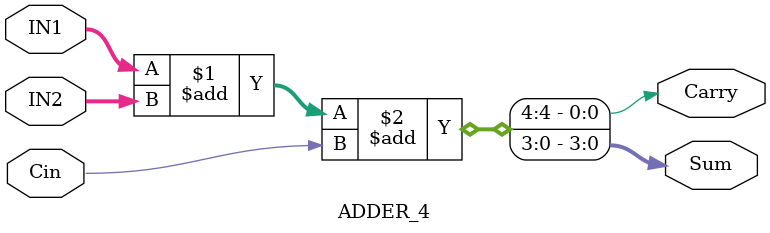
<source format=v>
module ADDER_4 (Sum, Carry, IN1, IN2, Cin);
    input [3:0] IN1, IN2;
    input Cin;
    output [3:0] Sum;
    output Carry;

    assign {Carry, Sum} = IN1 + IN2 + Cin;
endmodule

</source>
